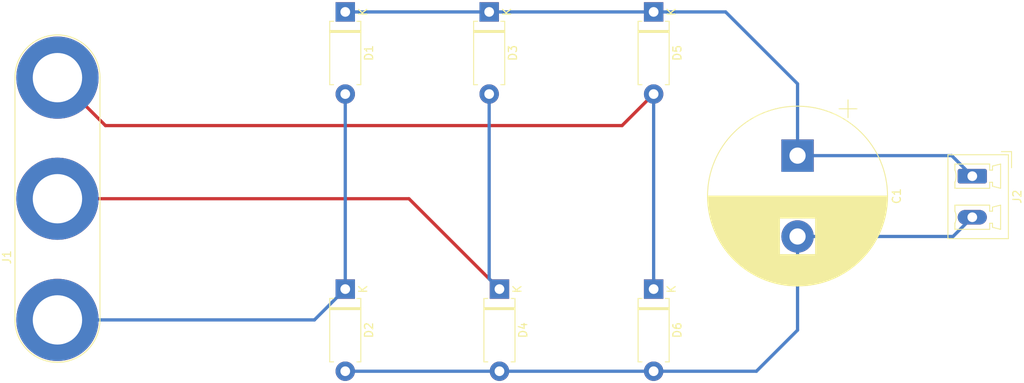
<source format=kicad_pcb>
(kicad_pcb (version 20171130) (host pcbnew "(5.1.8)-1")

  (general
    (thickness 0.035)
    (drawings 0)
    (tracks 26)
    (zones 0)
    (modules 9)
    (nets 6)
  )

  (page A4)
  (title_block
    (title "Diode Rectifier")
    (rev v01)
  )

  (layers
    (0 F.Cu power)
    (31 B.Cu signal)
    (32 B.Adhes user)
    (33 F.Adhes user)
    (34 B.Paste user)
    (35 F.Paste user)
    (36 B.SilkS user)
    (37 F.SilkS user)
    (38 B.Mask user)
    (39 F.Mask user)
    (40 Dwgs.User user)
    (41 Cmts.User user)
    (42 Eco1.User user)
    (43 Eco2.User user)
    (44 Edge.Cuts user)
    (45 Margin user)
    (46 B.CrtYd user)
    (47 F.CrtYd user)
    (48 B.Fab user)
    (49 F.Fab user)
  )

  (setup
    (last_trace_width 0.4)
    (trace_clearance 2.5)
    (zone_clearance 0.508)
    (zone_45_only no)
    (trace_min 0.2)
    (via_size 0.8)
    (via_drill 0.4)
    (via_min_size 0.4)
    (via_min_drill 0.3)
    (uvia_size 0.3)
    (uvia_drill 0.1)
    (uvias_allowed no)
    (uvia_min_size 0.2)
    (uvia_min_drill 0.1)
    (edge_width 0.05)
    (segment_width 0.2)
    (pcb_text_width 0.3)
    (pcb_text_size 1.5 1.5)
    (mod_edge_width 0.12)
    (mod_text_size 1 1)
    (mod_text_width 0.15)
    (pad_size 1.524 1.524)
    (pad_drill 0.762)
    (pad_to_mask_clearance 0)
    (aux_axis_origin 0 0)
    (visible_elements 7FFFFFFF)
    (pcbplotparams
      (layerselection 0x010fc_ffffffff)
      (usegerberextensions false)
      (usegerberattributes true)
      (usegerberadvancedattributes true)
      (creategerberjobfile true)
      (excludeedgelayer true)
      (linewidth 0.100000)
      (plotframeref false)
      (viasonmask false)
      (mode 1)
      (useauxorigin false)
      (hpglpennumber 1)
      (hpglpenspeed 20)
      (hpglpendiameter 15.000000)
      (psnegative false)
      (psa4output false)
      (plotreference true)
      (plotvalue true)
      (plotinvisibletext false)
      (padsonsilk false)
      (subtractmaskfromsilk false)
      (outputformat 1)
      (mirror false)
      (drillshape 1)
      (scaleselection 1)
      (outputdirectory ""))
  )

  (net 0 "")
  (net 1 "Net-(C1-Pad1)")
  (net 2 "Net-(C1-Pad2)")
  (net 3 "Net-(D1-Pad2)")
  (net 4 "Net-(D3-Pad2)")
  (net 5 "Net-(D5-Pad2)")

  (net_class Default "This is the default net class."
    (clearance 2.5)
    (trace_width 0.4)
    (via_dia 0.8)
    (via_drill 0.4)
    (uvia_dia 0.3)
    (uvia_drill 0.1)
    (add_net "Net-(C1-Pad1)")
    (add_net "Net-(C1-Pad2)")
    (add_net "Net-(D1-Pad2)")
    (add_net "Net-(D3-Pad2)")
    (add_net "Net-(D5-Pad2)")
  )

  (module Capacitor_THT:CP_Radial_D22.0mm_P10.00mm_SnapIn (layer F.Cu) (tedit 5AE50EF1) (tstamp 5FDEAC42)
    (at 149.86 71.12 270)
    (descr "CP, Radial series, Radial, pin pitch=10.00mm, , diameter=22mm, Electrolytic Capacitor, , http://www.vishay.com/docs/28342/058059pll-si.pdf")
    (tags "CP Radial series Radial pin pitch 10.00mm  diameter 22mm Electrolytic Capacitor")
    (path /5FD052A9)
    (fp_text reference C1 (at 5 -12.25 90) (layer F.SilkS)
      (effects (font (size 1 1) (thickness 0.15)))
    )
    (fp_text value 56uF (at 5 12.25 90) (layer F.Fab)
      (effects (font (size 1 1) (thickness 0.15)))
    )
    (fp_line (start -5.799337 -7.335) (end -5.799337 -5.135) (layer F.SilkS) (width 0.12))
    (fp_line (start -6.899337 -6.235) (end -4.699337 -6.235) (layer F.SilkS) (width 0.12))
    (fp_line (start 16.12 -0.04) (end 16.12 0.04) (layer F.SilkS) (width 0.12))
    (fp_line (start 16.08 -0.903) (end 16.08 0.903) (layer F.SilkS) (width 0.12))
    (fp_line (start 16.04 -1.292) (end 16.04 1.292) (layer F.SilkS) (width 0.12))
    (fp_line (start 16 -1.59) (end 16 1.59) (layer F.SilkS) (width 0.12))
    (fp_line (start 15.96 -1.84) (end 15.96 1.84) (layer F.SilkS) (width 0.12))
    (fp_line (start 15.92 -2.06) (end 15.92 2.06) (layer F.SilkS) (width 0.12))
    (fp_line (start 15.88 -2.258) (end 15.88 2.258) (layer F.SilkS) (width 0.12))
    (fp_line (start 15.84 -2.44) (end 15.84 2.44) (layer F.SilkS) (width 0.12))
    (fp_line (start 15.8 -2.609) (end 15.8 2.609) (layer F.SilkS) (width 0.12))
    (fp_line (start 15.76 -2.767) (end 15.76 2.767) (layer F.SilkS) (width 0.12))
    (fp_line (start 15.72 -2.916) (end 15.72 2.916) (layer F.SilkS) (width 0.12))
    (fp_line (start 15.68 -3.058) (end 15.68 3.058) (layer F.SilkS) (width 0.12))
    (fp_line (start 15.64 -3.192) (end 15.64 3.192) (layer F.SilkS) (width 0.12))
    (fp_line (start 15.6 -3.321) (end 15.6 3.321) (layer F.SilkS) (width 0.12))
    (fp_line (start 15.56 -3.445) (end 15.56 3.445) (layer F.SilkS) (width 0.12))
    (fp_line (start 15.52 -3.564) (end 15.52 3.564) (layer F.SilkS) (width 0.12))
    (fp_line (start 15.48 -3.679) (end 15.48 3.679) (layer F.SilkS) (width 0.12))
    (fp_line (start 15.44 -3.789) (end 15.44 3.789) (layer F.SilkS) (width 0.12))
    (fp_line (start 15.4 -3.897) (end 15.4 3.897) (layer F.SilkS) (width 0.12))
    (fp_line (start 15.36 -4.001) (end 15.36 4.001) (layer F.SilkS) (width 0.12))
    (fp_line (start 15.32 -4.102) (end 15.32 4.102) (layer F.SilkS) (width 0.12))
    (fp_line (start 15.28 -4.2) (end 15.28 4.2) (layer F.SilkS) (width 0.12))
    (fp_line (start 15.24 -4.296) (end 15.24 4.296) (layer F.SilkS) (width 0.12))
    (fp_line (start 15.2 -4.389) (end 15.2 4.389) (layer F.SilkS) (width 0.12))
    (fp_line (start 15.16 -4.48) (end 15.16 4.48) (layer F.SilkS) (width 0.12))
    (fp_line (start 15.12 -4.569) (end 15.12 4.569) (layer F.SilkS) (width 0.12))
    (fp_line (start 15.08 -4.656) (end 15.08 4.656) (layer F.SilkS) (width 0.12))
    (fp_line (start 15.04 -4.741) (end 15.04 4.741) (layer F.SilkS) (width 0.12))
    (fp_line (start 15 -4.824) (end 15 4.824) (layer F.SilkS) (width 0.12))
    (fp_line (start 14.96 -4.905) (end 14.96 4.905) (layer F.SilkS) (width 0.12))
    (fp_line (start 14.92 -4.985) (end 14.92 4.985) (layer F.SilkS) (width 0.12))
    (fp_line (start 14.88 -5.063) (end 14.88 5.063) (layer F.SilkS) (width 0.12))
    (fp_line (start 14.84 -5.14) (end 14.84 5.14) (layer F.SilkS) (width 0.12))
    (fp_line (start 14.8 -5.215) (end 14.8 5.215) (layer F.SilkS) (width 0.12))
    (fp_line (start 14.76 -5.289) (end 14.76 5.289) (layer F.SilkS) (width 0.12))
    (fp_line (start 14.72 -5.362) (end 14.72 5.362) (layer F.SilkS) (width 0.12))
    (fp_line (start 14.68 -5.433) (end 14.68 5.433) (layer F.SilkS) (width 0.12))
    (fp_line (start 14.64 -5.503) (end 14.64 5.503) (layer F.SilkS) (width 0.12))
    (fp_line (start 14.6 -5.572) (end 14.6 5.572) (layer F.SilkS) (width 0.12))
    (fp_line (start 14.56 -5.64) (end 14.56 5.64) (layer F.SilkS) (width 0.12))
    (fp_line (start 14.52 -5.707) (end 14.52 5.707) (layer F.SilkS) (width 0.12))
    (fp_line (start 14.48 -5.773) (end 14.48 5.773) (layer F.SilkS) (width 0.12))
    (fp_line (start 14.44 -5.838) (end 14.44 5.838) (layer F.SilkS) (width 0.12))
    (fp_line (start 14.4 -5.901) (end 14.4 5.901) (layer F.SilkS) (width 0.12))
    (fp_line (start 14.36 -5.964) (end 14.36 5.964) (layer F.SilkS) (width 0.12))
    (fp_line (start 14.32 -6.026) (end 14.32 6.026) (layer F.SilkS) (width 0.12))
    (fp_line (start 14.28 -6.087) (end 14.28 6.087) (layer F.SilkS) (width 0.12))
    (fp_line (start 14.24 -6.147) (end 14.24 6.147) (layer F.SilkS) (width 0.12))
    (fp_line (start 14.2 -6.207) (end 14.2 6.207) (layer F.SilkS) (width 0.12))
    (fp_line (start 14.16 -6.265) (end 14.16 6.265) (layer F.SilkS) (width 0.12))
    (fp_line (start 14.12 -6.323) (end 14.12 6.323) (layer F.SilkS) (width 0.12))
    (fp_line (start 14.08 -6.38) (end 14.08 6.38) (layer F.SilkS) (width 0.12))
    (fp_line (start 14.04 -6.436) (end 14.04 6.436) (layer F.SilkS) (width 0.12))
    (fp_line (start 14 -6.492) (end 14 6.492) (layer F.SilkS) (width 0.12))
    (fp_line (start 13.96 -6.546) (end 13.96 6.546) (layer F.SilkS) (width 0.12))
    (fp_line (start 13.92 -6.6) (end 13.92 6.6) (layer F.SilkS) (width 0.12))
    (fp_line (start 13.88 -6.654) (end 13.88 6.654) (layer F.SilkS) (width 0.12))
    (fp_line (start 13.84 -6.707) (end 13.84 6.707) (layer F.SilkS) (width 0.12))
    (fp_line (start 13.8 -6.759) (end 13.8 6.759) (layer F.SilkS) (width 0.12))
    (fp_line (start 13.76 -6.81) (end 13.76 6.81) (layer F.SilkS) (width 0.12))
    (fp_line (start 13.72 -6.861) (end 13.72 6.861) (layer F.SilkS) (width 0.12))
    (fp_line (start 13.68 -6.911) (end 13.68 6.911) (layer F.SilkS) (width 0.12))
    (fp_line (start 13.64 -6.961) (end 13.64 6.961) (layer F.SilkS) (width 0.12))
    (fp_line (start 13.6 -7.01) (end 13.6 7.01) (layer F.SilkS) (width 0.12))
    (fp_line (start 13.56 -7.058) (end 13.56 7.058) (layer F.SilkS) (width 0.12))
    (fp_line (start 13.52 -7.106) (end 13.52 7.106) (layer F.SilkS) (width 0.12))
    (fp_line (start 13.48 -7.154) (end 13.48 7.154) (layer F.SilkS) (width 0.12))
    (fp_line (start 13.44 -7.201) (end 13.44 7.201) (layer F.SilkS) (width 0.12))
    (fp_line (start 13.4 -7.247) (end 13.4 7.247) (layer F.SilkS) (width 0.12))
    (fp_line (start 13.36 -7.293) (end 13.36 7.293) (layer F.SilkS) (width 0.12))
    (fp_line (start 13.32 -7.338) (end 13.32 7.338) (layer F.SilkS) (width 0.12))
    (fp_line (start 13.28 -7.383) (end 13.28 7.383) (layer F.SilkS) (width 0.12))
    (fp_line (start 13.24 -7.428) (end 13.24 7.428) (layer F.SilkS) (width 0.12))
    (fp_line (start 13.2 -7.471) (end 13.2 7.471) (layer F.SilkS) (width 0.12))
    (fp_line (start 13.161 -7.515) (end 13.161 7.515) (layer F.SilkS) (width 0.12))
    (fp_line (start 13.121 -7.558) (end 13.121 7.558) (layer F.SilkS) (width 0.12))
    (fp_line (start 13.081 -7.6) (end 13.081 7.6) (layer F.SilkS) (width 0.12))
    (fp_line (start 13.041 -7.642) (end 13.041 7.642) (layer F.SilkS) (width 0.12))
    (fp_line (start 13.001 -7.684) (end 13.001 7.684) (layer F.SilkS) (width 0.12))
    (fp_line (start 12.961 -7.725) (end 12.961 7.725) (layer F.SilkS) (width 0.12))
    (fp_line (start 12.921 -7.766) (end 12.921 7.766) (layer F.SilkS) (width 0.12))
    (fp_line (start 12.881 -7.807) (end 12.881 7.807) (layer F.SilkS) (width 0.12))
    (fp_line (start 12.841 -7.846) (end 12.841 7.846) (layer F.SilkS) (width 0.12))
    (fp_line (start 12.801 -7.886) (end 12.801 7.886) (layer F.SilkS) (width 0.12))
    (fp_line (start 12.761 -7.925) (end 12.761 7.925) (layer F.SilkS) (width 0.12))
    (fp_line (start 12.721 -7.964) (end 12.721 7.964) (layer F.SilkS) (width 0.12))
    (fp_line (start 12.681 -8.002) (end 12.681 8.002) (layer F.SilkS) (width 0.12))
    (fp_line (start 12.641 -8.04) (end 12.641 8.04) (layer F.SilkS) (width 0.12))
    (fp_line (start 12.601 -8.078) (end 12.601 8.078) (layer F.SilkS) (width 0.12))
    (fp_line (start 12.561 -8.115) (end 12.561 8.115) (layer F.SilkS) (width 0.12))
    (fp_line (start 12.521 -8.152) (end 12.521 8.152) (layer F.SilkS) (width 0.12))
    (fp_line (start 12.481 -8.189) (end 12.481 8.189) (layer F.SilkS) (width 0.12))
    (fp_line (start 12.441 -8.225) (end 12.441 8.225) (layer F.SilkS) (width 0.12))
    (fp_line (start 12.401 -8.261) (end 12.401 8.261) (layer F.SilkS) (width 0.12))
    (fp_line (start 12.361 -8.296) (end 12.361 8.296) (layer F.SilkS) (width 0.12))
    (fp_line (start 12.321 -8.331) (end 12.321 8.331) (layer F.SilkS) (width 0.12))
    (fp_line (start 12.281 -8.366) (end 12.281 8.366) (layer F.SilkS) (width 0.12))
    (fp_line (start 12.241 -8.401) (end 12.241 8.401) (layer F.SilkS) (width 0.12))
    (fp_line (start 12.201 2.24) (end 12.201 8.435) (layer F.SilkS) (width 0.12))
    (fp_line (start 12.201 -8.435) (end 12.201 -2.24) (layer F.SilkS) (width 0.12))
    (fp_line (start 12.161 2.24) (end 12.161 8.469) (layer F.SilkS) (width 0.12))
    (fp_line (start 12.161 -8.469) (end 12.161 -2.24) (layer F.SilkS) (width 0.12))
    (fp_line (start 12.121 2.24) (end 12.121 8.502) (layer F.SilkS) (width 0.12))
    (fp_line (start 12.121 -8.502) (end 12.121 -2.24) (layer F.SilkS) (width 0.12))
    (fp_line (start 12.081 2.24) (end 12.081 8.535) (layer F.SilkS) (width 0.12))
    (fp_line (start 12.081 -8.535) (end 12.081 -2.24) (layer F.SilkS) (width 0.12))
    (fp_line (start 12.041 2.24) (end 12.041 8.568) (layer F.SilkS) (width 0.12))
    (fp_line (start 12.041 -8.568) (end 12.041 -2.24) (layer F.SilkS) (width 0.12))
    (fp_line (start 12.001 2.24) (end 12.001 8.601) (layer F.SilkS) (width 0.12))
    (fp_line (start 12.001 -8.601) (end 12.001 -2.24) (layer F.SilkS) (width 0.12))
    (fp_line (start 11.961 2.24) (end 11.961 8.633) (layer F.SilkS) (width 0.12))
    (fp_line (start 11.961 -8.633) (end 11.961 -2.24) (layer F.SilkS) (width 0.12))
    (fp_line (start 11.921 2.24) (end 11.921 8.665) (layer F.SilkS) (width 0.12))
    (fp_line (start 11.921 -8.665) (end 11.921 -2.24) (layer F.SilkS) (width 0.12))
    (fp_line (start 11.881 2.24) (end 11.881 8.697) (layer F.SilkS) (width 0.12))
    (fp_line (start 11.881 -8.697) (end 11.881 -2.24) (layer F.SilkS) (width 0.12))
    (fp_line (start 11.841 2.24) (end 11.841 8.728) (layer F.SilkS) (width 0.12))
    (fp_line (start 11.841 -8.728) (end 11.841 -2.24) (layer F.SilkS) (width 0.12))
    (fp_line (start 11.801 2.24) (end 11.801 8.759) (layer F.SilkS) (width 0.12))
    (fp_line (start 11.801 -8.759) (end 11.801 -2.24) (layer F.SilkS) (width 0.12))
    (fp_line (start 11.761 2.24) (end 11.761 8.79) (layer F.SilkS) (width 0.12))
    (fp_line (start 11.761 -8.79) (end 11.761 -2.24) (layer F.SilkS) (width 0.12))
    (fp_line (start 11.721 2.24) (end 11.721 8.82) (layer F.SilkS) (width 0.12))
    (fp_line (start 11.721 -8.82) (end 11.721 -2.24) (layer F.SilkS) (width 0.12))
    (fp_line (start 11.681 2.24) (end 11.681 8.85) (layer F.SilkS) (width 0.12))
    (fp_line (start 11.681 -8.85) (end 11.681 -2.24) (layer F.SilkS) (width 0.12))
    (fp_line (start 11.641 2.24) (end 11.641 8.88) (layer F.SilkS) (width 0.12))
    (fp_line (start 11.641 -8.88) (end 11.641 -2.24) (layer F.SilkS) (width 0.12))
    (fp_line (start 11.601 2.24) (end 11.601 8.91) (layer F.SilkS) (width 0.12))
    (fp_line (start 11.601 -8.91) (end 11.601 -2.24) (layer F.SilkS) (width 0.12))
    (fp_line (start 11.561 2.24) (end 11.561 8.939) (layer F.SilkS) (width 0.12))
    (fp_line (start 11.561 -8.939) (end 11.561 -2.24) (layer F.SilkS) (width 0.12))
    (fp_line (start 11.521 2.24) (end 11.521 8.968) (layer F.SilkS) (width 0.12))
    (fp_line (start 11.521 -8.968) (end 11.521 -2.24) (layer F.SilkS) (width 0.12))
    (fp_line (start 11.481 2.24) (end 11.481 8.997) (layer F.SilkS) (width 0.12))
    (fp_line (start 11.481 -8.997) (end 11.481 -2.24) (layer F.SilkS) (width 0.12))
    (fp_line (start 11.441 2.24) (end 11.441 9.026) (layer F.SilkS) (width 0.12))
    (fp_line (start 11.441 -9.026) (end 11.441 -2.24) (layer F.SilkS) (width 0.12))
    (fp_line (start 11.401 2.24) (end 11.401 9.054) (layer F.SilkS) (width 0.12))
    (fp_line (start 11.401 -9.054) (end 11.401 -2.24) (layer F.SilkS) (width 0.12))
    (fp_line (start 11.361 2.24) (end 11.361 9.082) (layer F.SilkS) (width 0.12))
    (fp_line (start 11.361 -9.082) (end 11.361 -2.24) (layer F.SilkS) (width 0.12))
    (fp_line (start 11.321 2.24) (end 11.321 9.11) (layer F.SilkS) (width 0.12))
    (fp_line (start 11.321 -9.11) (end 11.321 -2.24) (layer F.SilkS) (width 0.12))
    (fp_line (start 11.281 2.24) (end 11.281 9.137) (layer F.SilkS) (width 0.12))
    (fp_line (start 11.281 -9.137) (end 11.281 -2.24) (layer F.SilkS) (width 0.12))
    (fp_line (start 11.241 2.24) (end 11.241 9.165) (layer F.SilkS) (width 0.12))
    (fp_line (start 11.241 -9.165) (end 11.241 -2.24) (layer F.SilkS) (width 0.12))
    (fp_line (start 11.201 2.24) (end 11.201 9.192) (layer F.SilkS) (width 0.12))
    (fp_line (start 11.201 -9.192) (end 11.201 -2.24) (layer F.SilkS) (width 0.12))
    (fp_line (start 11.161 2.24) (end 11.161 9.218) (layer F.SilkS) (width 0.12))
    (fp_line (start 11.161 -9.218) (end 11.161 -2.24) (layer F.SilkS) (width 0.12))
    (fp_line (start 11.121 2.24) (end 11.121 9.245) (layer F.SilkS) (width 0.12))
    (fp_line (start 11.121 -9.245) (end 11.121 -2.24) (layer F.SilkS) (width 0.12))
    (fp_line (start 11.081 2.24) (end 11.081 9.271) (layer F.SilkS) (width 0.12))
    (fp_line (start 11.081 -9.271) (end 11.081 -2.24) (layer F.SilkS) (width 0.12))
    (fp_line (start 11.041 2.24) (end 11.041 9.297) (layer F.SilkS) (width 0.12))
    (fp_line (start 11.041 -9.297) (end 11.041 -2.24) (layer F.SilkS) (width 0.12))
    (fp_line (start 11.001 2.24) (end 11.001 9.323) (layer F.SilkS) (width 0.12))
    (fp_line (start 11.001 -9.323) (end 11.001 -2.24) (layer F.SilkS) (width 0.12))
    (fp_line (start 10.961 2.24) (end 10.961 9.348) (layer F.SilkS) (width 0.12))
    (fp_line (start 10.961 -9.348) (end 10.961 -2.24) (layer F.SilkS) (width 0.12))
    (fp_line (start 10.921 2.24) (end 10.921 9.374) (layer F.SilkS) (width 0.12))
    (fp_line (start 10.921 -9.374) (end 10.921 -2.24) (layer F.SilkS) (width 0.12))
    (fp_line (start 10.881 2.24) (end 10.881 9.399) (layer F.SilkS) (width 0.12))
    (fp_line (start 10.881 -9.399) (end 10.881 -2.24) (layer F.SilkS) (width 0.12))
    (fp_line (start 10.841 2.24) (end 10.841 9.424) (layer F.SilkS) (width 0.12))
    (fp_line (start 10.841 -9.424) (end 10.841 -2.24) (layer F.SilkS) (width 0.12))
    (fp_line (start 10.801 2.24) (end 10.801 9.448) (layer F.SilkS) (width 0.12))
    (fp_line (start 10.801 -9.448) (end 10.801 -2.24) (layer F.SilkS) (width 0.12))
    (fp_line (start 10.761 2.24) (end 10.761 9.472) (layer F.SilkS) (width 0.12))
    (fp_line (start 10.761 -9.472) (end 10.761 -2.24) (layer F.SilkS) (width 0.12))
    (fp_line (start 10.721 2.24) (end 10.721 9.497) (layer F.SilkS) (width 0.12))
    (fp_line (start 10.721 -9.497) (end 10.721 -2.24) (layer F.SilkS) (width 0.12))
    (fp_line (start 10.681 2.24) (end 10.681 9.52) (layer F.SilkS) (width 0.12))
    (fp_line (start 10.681 -9.52) (end 10.681 -2.24) (layer F.SilkS) (width 0.12))
    (fp_line (start 10.641 2.24) (end 10.641 9.544) (layer F.SilkS) (width 0.12))
    (fp_line (start 10.641 -9.544) (end 10.641 -2.24) (layer F.SilkS) (width 0.12))
    (fp_line (start 10.601 2.24) (end 10.601 9.567) (layer F.SilkS) (width 0.12))
    (fp_line (start 10.601 -9.567) (end 10.601 -2.24) (layer F.SilkS) (width 0.12))
    (fp_line (start 10.561 2.24) (end 10.561 9.591) (layer F.SilkS) (width 0.12))
    (fp_line (start 10.561 -9.591) (end 10.561 -2.24) (layer F.SilkS) (width 0.12))
    (fp_line (start 10.521 2.24) (end 10.521 9.614) (layer F.SilkS) (width 0.12))
    (fp_line (start 10.521 -9.614) (end 10.521 -2.24) (layer F.SilkS) (width 0.12))
    (fp_line (start 10.481 2.24) (end 10.481 9.636) (layer F.SilkS) (width 0.12))
    (fp_line (start 10.481 -9.636) (end 10.481 -2.24) (layer F.SilkS) (width 0.12))
    (fp_line (start 10.441 2.24) (end 10.441 9.659) (layer F.SilkS) (width 0.12))
    (fp_line (start 10.441 -9.659) (end 10.441 -2.24) (layer F.SilkS) (width 0.12))
    (fp_line (start 10.401 2.24) (end 10.401 9.681) (layer F.SilkS) (width 0.12))
    (fp_line (start 10.401 -9.681) (end 10.401 -2.24) (layer F.SilkS) (width 0.12))
    (fp_line (start 10.361 2.24) (end 10.361 9.703) (layer F.SilkS) (width 0.12))
    (fp_line (start 10.361 -9.703) (end 10.361 -2.24) (layer F.SilkS) (width 0.12))
    (fp_line (start 10.321 2.24) (end 10.321 9.725) (layer F.SilkS) (width 0.12))
    (fp_line (start 10.321 -9.725) (end 10.321 -2.24) (layer F.SilkS) (width 0.12))
    (fp_line (start 10.281 2.24) (end 10.281 9.747) (layer F.SilkS) (width 0.12))
    (fp_line (start 10.281 -9.747) (end 10.281 -2.24) (layer F.SilkS) (width 0.12))
    (fp_line (start 10.241 2.24) (end 10.241 9.768) (layer F.SilkS) (width 0.12))
    (fp_line (start 10.241 -9.768) (end 10.241 -2.24) (layer F.SilkS) (width 0.12))
    (fp_line (start 10.201 2.24) (end 10.201 9.79) (layer F.SilkS) (width 0.12))
    (fp_line (start 10.201 -9.79) (end 10.201 -2.24) (layer F.SilkS) (width 0.12))
    (fp_line (start 10.161 2.24) (end 10.161 9.811) (layer F.SilkS) (width 0.12))
    (fp_line (start 10.161 -9.811) (end 10.161 -2.24) (layer F.SilkS) (width 0.12))
    (fp_line (start 10.121 2.24) (end 10.121 9.832) (layer F.SilkS) (width 0.12))
    (fp_line (start 10.121 -9.832) (end 10.121 -2.24) (layer F.SilkS) (width 0.12))
    (fp_line (start 10.081 2.24) (end 10.081 9.852) (layer F.SilkS) (width 0.12))
    (fp_line (start 10.081 -9.852) (end 10.081 -2.24) (layer F.SilkS) (width 0.12))
    (fp_line (start 10.041 2.24) (end 10.041 9.873) (layer F.SilkS) (width 0.12))
    (fp_line (start 10.041 -9.873) (end 10.041 -2.24) (layer F.SilkS) (width 0.12))
    (fp_line (start 10.001 2.24) (end 10.001 9.893) (layer F.SilkS) (width 0.12))
    (fp_line (start 10.001 -9.893) (end 10.001 -2.24) (layer F.SilkS) (width 0.12))
    (fp_line (start 9.961 2.24) (end 9.961 9.913) (layer F.SilkS) (width 0.12))
    (fp_line (start 9.961 -9.913) (end 9.961 -2.24) (layer F.SilkS) (width 0.12))
    (fp_line (start 9.921 2.24) (end 9.921 9.933) (layer F.SilkS) (width 0.12))
    (fp_line (start 9.921 -9.933) (end 9.921 -2.24) (layer F.SilkS) (width 0.12))
    (fp_line (start 9.881 2.24) (end 9.881 9.952) (layer F.SilkS) (width 0.12))
    (fp_line (start 9.881 -9.952) (end 9.881 -2.24) (layer F.SilkS) (width 0.12))
    (fp_line (start 9.841 2.24) (end 9.841 9.972) (layer F.SilkS) (width 0.12))
    (fp_line (start 9.841 -9.972) (end 9.841 -2.24) (layer F.SilkS) (width 0.12))
    (fp_line (start 9.801 2.24) (end 9.801 9.991) (layer F.SilkS) (width 0.12))
    (fp_line (start 9.801 -9.991) (end 9.801 -2.24) (layer F.SilkS) (width 0.12))
    (fp_line (start 9.761 2.24) (end 9.761 10.01) (layer F.SilkS) (width 0.12))
    (fp_line (start 9.761 -10.01) (end 9.761 -2.24) (layer F.SilkS) (width 0.12))
    (fp_line (start 9.721 2.24) (end 9.721 10.029) (layer F.SilkS) (width 0.12))
    (fp_line (start 9.721 -10.029) (end 9.721 -2.24) (layer F.SilkS) (width 0.12))
    (fp_line (start 9.681 2.24) (end 9.681 10.048) (layer F.SilkS) (width 0.12))
    (fp_line (start 9.681 -10.048) (end 9.681 -2.24) (layer F.SilkS) (width 0.12))
    (fp_line (start 9.641 2.24) (end 9.641 10.066) (layer F.SilkS) (width 0.12))
    (fp_line (start 9.641 -10.066) (end 9.641 -2.24) (layer F.SilkS) (width 0.12))
    (fp_line (start 9.601 2.24) (end 9.601 10.084) (layer F.SilkS) (width 0.12))
    (fp_line (start 9.601 -10.084) (end 9.601 -2.24) (layer F.SilkS) (width 0.12))
    (fp_line (start 9.561 2.24) (end 9.561 10.103) (layer F.SilkS) (width 0.12))
    (fp_line (start 9.561 -10.103) (end 9.561 -2.24) (layer F.SilkS) (width 0.12))
    (fp_line (start 9.521 2.24) (end 9.521 10.12) (layer F.SilkS) (width 0.12))
    (fp_line (start 9.521 -10.12) (end 9.521 -2.24) (layer F.SilkS) (width 0.12))
    (fp_line (start 9.481 2.24) (end 9.481 10.138) (layer F.SilkS) (width 0.12))
    (fp_line (start 9.481 -10.138) (end 9.481 -2.24) (layer F.SilkS) (width 0.12))
    (fp_line (start 9.441 2.24) (end 9.441 10.156) (layer F.SilkS) (width 0.12))
    (fp_line (start 9.441 -10.156) (end 9.441 -2.24) (layer F.SilkS) (width 0.12))
    (fp_line (start 9.401 2.24) (end 9.401 10.173) (layer F.SilkS) (width 0.12))
    (fp_line (start 9.401 -10.173) (end 9.401 -2.24) (layer F.SilkS) (width 0.12))
    (fp_line (start 9.361 2.24) (end 9.361 10.19) (layer F.SilkS) (width 0.12))
    (fp_line (start 9.361 -10.19) (end 9.361 -2.24) (layer F.SilkS) (width 0.12))
    (fp_line (start 9.321 2.24) (end 9.321 10.207) (layer F.SilkS) (width 0.12))
    (fp_line (start 9.321 -10.207) (end 9.321 -2.24) (layer F.SilkS) (width 0.12))
    (fp_line (start 9.281 2.24) (end 9.281 10.224) (layer F.SilkS) (width 0.12))
    (fp_line (start 9.281 -10.224) (end 9.281 -2.24) (layer F.SilkS) (width 0.12))
    (fp_line (start 9.241 2.24) (end 9.241 10.24) (layer F.SilkS) (width 0.12))
    (fp_line (start 9.241 -10.24) (end 9.241 -2.24) (layer F.SilkS) (width 0.12))
    (fp_line (start 9.201 2.24) (end 9.201 10.257) (layer F.SilkS) (width 0.12))
    (fp_line (start 9.201 -10.257) (end 9.201 -2.24) (layer F.SilkS) (width 0.12))
    (fp_line (start 9.161 2.24) (end 9.161 10.273) (layer F.SilkS) (width 0.12))
    (fp_line (start 9.161 -10.273) (end 9.161 -2.24) (layer F.SilkS) (width 0.12))
    (fp_line (start 9.121 2.24) (end 9.121 10.289) (layer F.SilkS) (width 0.12))
    (fp_line (start 9.121 -10.289) (end 9.121 -2.24) (layer F.SilkS) (width 0.12))
    (fp_line (start 9.081 2.24) (end 9.081 10.305) (layer F.SilkS) (width 0.12))
    (fp_line (start 9.081 -10.305) (end 9.081 -2.24) (layer F.SilkS) (width 0.12))
    (fp_line (start 9.041 2.24) (end 9.041 10.321) (layer F.SilkS) (width 0.12))
    (fp_line (start 9.041 -10.321) (end 9.041 -2.24) (layer F.SilkS) (width 0.12))
    (fp_line (start 9.001 2.24) (end 9.001 10.336) (layer F.SilkS) (width 0.12))
    (fp_line (start 9.001 -10.336) (end 9.001 -2.24) (layer F.SilkS) (width 0.12))
    (fp_line (start 8.961 2.24) (end 8.961 10.351) (layer F.SilkS) (width 0.12))
    (fp_line (start 8.961 -10.351) (end 8.961 -2.24) (layer F.SilkS) (width 0.12))
    (fp_line (start 8.921 2.24) (end 8.921 10.367) (layer F.SilkS) (width 0.12))
    (fp_line (start 8.921 -10.367) (end 8.921 -2.24) (layer F.SilkS) (width 0.12))
    (fp_line (start 8.881 2.24) (end 8.881 10.382) (layer F.SilkS) (width 0.12))
    (fp_line (start 8.881 -10.382) (end 8.881 -2.24) (layer F.SilkS) (width 0.12))
    (fp_line (start 8.841 2.24) (end 8.841 10.396) (layer F.SilkS) (width 0.12))
    (fp_line (start 8.841 -10.396) (end 8.841 -2.24) (layer F.SilkS) (width 0.12))
    (fp_line (start 8.801 2.24) (end 8.801 10.411) (layer F.SilkS) (width 0.12))
    (fp_line (start 8.801 -10.411) (end 8.801 -2.24) (layer F.SilkS) (width 0.12))
    (fp_line (start 8.761 2.24) (end 8.761 10.426) (layer F.SilkS) (width 0.12))
    (fp_line (start 8.761 -10.426) (end 8.761 -2.24) (layer F.SilkS) (width 0.12))
    (fp_line (start 8.721 2.24) (end 8.721 10.44) (layer F.SilkS) (width 0.12))
    (fp_line (start 8.721 -10.44) (end 8.721 -2.24) (layer F.SilkS) (width 0.12))
    (fp_line (start 8.681 2.24) (end 8.681 10.454) (layer F.SilkS) (width 0.12))
    (fp_line (start 8.681 -10.454) (end 8.681 -2.24) (layer F.SilkS) (width 0.12))
    (fp_line (start 8.641 2.24) (end 8.641 10.468) (layer F.SilkS) (width 0.12))
    (fp_line (start 8.641 -10.468) (end 8.641 -2.24) (layer F.SilkS) (width 0.12))
    (fp_line (start 8.601 2.24) (end 8.601 10.482) (layer F.SilkS) (width 0.12))
    (fp_line (start 8.601 -10.482) (end 8.601 -2.24) (layer F.SilkS) (width 0.12))
    (fp_line (start 8.561 2.24) (end 8.561 10.495) (layer F.SilkS) (width 0.12))
    (fp_line (start 8.561 -10.495) (end 8.561 -2.24) (layer F.SilkS) (width 0.12))
    (fp_line (start 8.521 2.24) (end 8.521 10.509) (layer F.SilkS) (width 0.12))
    (fp_line (start 8.521 -10.509) (end 8.521 -2.24) (layer F.SilkS) (width 0.12))
    (fp_line (start 8.481 2.24) (end 8.481 10.522) (layer F.SilkS) (width 0.12))
    (fp_line (start 8.481 -10.522) (end 8.481 -2.24) (layer F.SilkS) (width 0.12))
    (fp_line (start 8.441 2.24) (end 8.441 10.535) (layer F.SilkS) (width 0.12))
    (fp_line (start 8.441 -10.535) (end 8.441 -2.24) (layer F.SilkS) (width 0.12))
    (fp_line (start 8.401 2.24) (end 8.401 10.548) (layer F.SilkS) (width 0.12))
    (fp_line (start 8.401 -10.548) (end 8.401 -2.24) (layer F.SilkS) (width 0.12))
    (fp_line (start 8.361 2.24) (end 8.361 10.561) (layer F.SilkS) (width 0.12))
    (fp_line (start 8.361 -10.561) (end 8.361 -2.24) (layer F.SilkS) (width 0.12))
    (fp_line (start 8.321 2.24) (end 8.321 10.573) (layer F.SilkS) (width 0.12))
    (fp_line (start 8.321 -10.573) (end 8.321 -2.24) (layer F.SilkS) (width 0.12))
    (fp_line (start 8.281 2.24) (end 8.281 10.586) (layer F.SilkS) (width 0.12))
    (fp_line (start 8.281 -10.586) (end 8.281 -2.24) (layer F.SilkS) (width 0.12))
    (fp_line (start 8.241 2.24) (end 8.241 10.598) (layer F.SilkS) (width 0.12))
    (fp_line (start 8.241 -10.598) (end 8.241 -2.24) (layer F.SilkS) (width 0.12))
    (fp_line (start 8.201 2.24) (end 8.201 10.61) (layer F.SilkS) (width 0.12))
    (fp_line (start 8.201 -10.61) (end 8.201 -2.24) (layer F.SilkS) (width 0.12))
    (fp_line (start 8.161 2.24) (end 8.161 10.622) (layer F.SilkS) (width 0.12))
    (fp_line (start 8.161 -10.622) (end 8.161 -2.24) (layer F.SilkS) (width 0.12))
    (fp_line (start 8.121 2.24) (end 8.121 10.634) (layer F.SilkS) (width 0.12))
    (fp_line (start 8.121 -10.634) (end 8.121 -2.24) (layer F.SilkS) (width 0.12))
    (fp_line (start 8.081 2.24) (end 8.081 10.645) (layer F.SilkS) (width 0.12))
    (fp_line (start 8.081 -10.645) (end 8.081 -2.24) (layer F.SilkS) (width 0.12))
    (fp_line (start 8.041 2.24) (end 8.041 10.657) (layer F.SilkS) (width 0.12))
    (fp_line (start 8.041 -10.657) (end 8.041 -2.24) (layer F.SilkS) (width 0.12))
    (fp_line (start 8.001 2.24) (end 8.001 10.668) (layer F.SilkS) (width 0.12))
    (fp_line (start 8.001 -10.668) (end 8.001 -2.24) (layer F.SilkS) (width 0.12))
    (fp_line (start 7.961 2.24) (end 7.961 10.679) (layer F.SilkS) (width 0.12))
    (fp_line (start 7.961 -10.679) (end 7.961 -2.24) (layer F.SilkS) (width 0.12))
    (fp_line (start 7.921 2.24) (end 7.921 10.69) (layer F.SilkS) (width 0.12))
    (fp_line (start 7.921 -10.69) (end 7.921 -2.24) (layer F.SilkS) (width 0.12))
    (fp_line (start 7.881 2.24) (end 7.881 10.701) (layer F.SilkS) (width 0.12))
    (fp_line (start 7.881 -10.701) (end 7.881 -2.24) (layer F.SilkS) (width 0.12))
    (fp_line (start 7.841 2.24) (end 7.841 10.712) (layer F.SilkS) (width 0.12))
    (fp_line (start 7.841 -10.712) (end 7.841 -2.24) (layer F.SilkS) (width 0.12))
    (fp_line (start 7.801 2.24) (end 7.801 10.722) (layer F.SilkS) (width 0.12))
    (fp_line (start 7.801 -10.722) (end 7.801 -2.24) (layer F.SilkS) (width 0.12))
    (fp_line (start 7.761 2.24) (end 7.761 10.733) (layer F.SilkS) (width 0.12))
    (fp_line (start 7.761 -10.733) (end 7.761 -2.24) (layer F.SilkS) (width 0.12))
    (fp_line (start 7.721 -10.743) (end 7.721 10.743) (layer F.SilkS) (width 0.12))
    (fp_line (start 7.681 -10.753) (end 7.681 10.753) (layer F.SilkS) (width 0.12))
    (fp_line (start 7.641 -10.763) (end 7.641 10.763) (layer F.SilkS) (width 0.12))
    (fp_line (start 7.601 -10.772) (end 7.601 10.772) (layer F.SilkS) (width 0.12))
    (fp_line (start 7.561 -10.782) (end 7.561 10.782) (layer F.SilkS) (width 0.12))
    (fp_line (start 7.521 -10.791) (end 7.521 10.791) (layer F.SilkS) (width 0.12))
    (fp_line (start 7.481 -10.8) (end 7.481 10.8) (layer F.SilkS) (width 0.12))
    (fp_line (start 7.441 -10.809) (end 7.441 10.809) (layer F.SilkS) (width 0.12))
    (fp_line (start 7.401 -10.818) (end 7.401 10.818) (layer F.SilkS) (width 0.12))
    (fp_line (start 7.361 -10.827) (end 7.361 10.827) (layer F.SilkS) (width 0.12))
    (fp_line (start 7.321 -10.836) (end 7.321 10.836) (layer F.SilkS) (width 0.12))
    (fp_line (start 7.281 -10.844) (end 7.281 10.844) (layer F.SilkS) (width 0.12))
    (fp_line (start 7.241 -10.853) (end 7.241 10.853) (layer F.SilkS) (width 0.12))
    (fp_line (start 7.201 -10.861) (end 7.201 10.861) (layer F.SilkS) (width 0.12))
    (fp_line (start 7.161 -10.869) (end 7.161 10.869) (layer F.SilkS) (width 0.12))
    (fp_line (start 7.121 -10.877) (end 7.121 10.877) (layer F.SilkS) (width 0.12))
    (fp_line (start 7.081 -10.884) (end 7.081 10.884) (layer F.SilkS) (width 0.12))
    (fp_line (start 7.041 -10.892) (end 7.041 10.892) (layer F.SilkS) (width 0.12))
    (fp_line (start 7.001 -10.899) (end 7.001 10.899) (layer F.SilkS) (width 0.12))
    (fp_line (start 6.961 -10.906) (end 6.961 10.906) (layer F.SilkS) (width 0.12))
    (fp_line (start 6.921 -10.913) (end 6.921 10.913) (layer F.SilkS) (width 0.12))
    (fp_line (start 6.881 -10.92) (end 6.881 10.92) (layer F.SilkS) (width 0.12))
    (fp_line (start 6.841 -10.927) (end 6.841 10.927) (layer F.SilkS) (width 0.12))
    (fp_line (start 6.801 -10.934) (end 6.801 10.934) (layer F.SilkS) (width 0.12))
    (fp_line (start 6.761 -10.94) (end 6.761 10.94) (layer F.SilkS) (width 0.12))
    (fp_line (start 6.721 -10.947) (end 6.721 10.947) (layer F.SilkS) (width 0.12))
    (fp_line (start 6.681 -10.953) (end 6.681 10.953) (layer F.SilkS) (width 0.12))
    (fp_line (start 6.641 -10.959) (end 6.641 10.959) (layer F.SilkS) (width 0.12))
    (fp_line (start 6.601 -10.965) (end 6.601 10.965) (layer F.SilkS) (width 0.12))
    (fp_line (start 6.561 -10.971) (end 6.561 10.971) (layer F.SilkS) (width 0.12))
    (fp_line (start 6.521 -10.976) (end 6.521 10.976) (layer F.SilkS) (width 0.12))
    (fp_line (start 6.481 -10.982) (end 6.481 10.982) (layer F.SilkS) (width 0.12))
    (fp_line (start 6.441 -10.987) (end 6.441 10.987) (layer F.SilkS) (width 0.12))
    (fp_line (start 6.401 -10.992) (end 6.401 10.992) (layer F.SilkS) (width 0.12))
    (fp_line (start 6.361 -10.997) (end 6.361 10.997) (layer F.SilkS) (width 0.12))
    (fp_line (start 6.321 -11.002) (end 6.321 11.002) (layer F.SilkS) (width 0.12))
    (fp_line (start 6.281 -11.007) (end 6.281 11.007) (layer F.SilkS) (width 0.12))
    (fp_line (start 6.241 -11.011) (end 6.241 11.011) (layer F.SilkS) (width 0.12))
    (fp_line (start 6.201 -11.016) (end 6.201 11.016) (layer F.SilkS) (width 0.12))
    (fp_line (start 6.161 -11.02) (end 6.161 11.02) (layer F.SilkS) (width 0.12))
    (fp_line (start 6.121 -11.024) (end 6.121 11.024) (layer F.SilkS) (width 0.12))
    (fp_line (start 6.081 -11.028) (end 6.081 11.028) (layer F.SilkS) (width 0.12))
    (fp_line (start 6.041 -11.032) (end 6.041 11.032) (layer F.SilkS) (width 0.12))
    (fp_line (start 6.001 -11.035) (end 6.001 11.035) (layer F.SilkS) (width 0.12))
    (fp_line (start 5.961 -11.039) (end 5.961 11.039) (layer F.SilkS) (width 0.12))
    (fp_line (start 5.921 -11.042) (end 5.921 11.042) (layer F.SilkS) (width 0.12))
    (fp_line (start 5.881 -11.046) (end 5.881 11.046) (layer F.SilkS) (width 0.12))
    (fp_line (start 5.841 -11.049) (end 5.841 11.049) (layer F.SilkS) (width 0.12))
    (fp_line (start 5.801 -11.052) (end 5.801 11.052) (layer F.SilkS) (width 0.12))
    (fp_line (start 5.761 -11.054) (end 5.761 11.054) (layer F.SilkS) (width 0.12))
    (fp_line (start 5.721 -11.057) (end 5.721 11.057) (layer F.SilkS) (width 0.12))
    (fp_line (start 5.68 -11.06) (end 5.68 11.06) (layer F.SilkS) (width 0.12))
    (fp_line (start 5.64 -11.062) (end 5.64 11.062) (layer F.SilkS) (width 0.12))
    (fp_line (start 5.6 -11.064) (end 5.6 11.064) (layer F.SilkS) (width 0.12))
    (fp_line (start 5.56 -11.066) (end 5.56 11.066) (layer F.SilkS) (width 0.12))
    (fp_line (start 5.52 -11.068) (end 5.52 11.068) (layer F.SilkS) (width 0.12))
    (fp_line (start 5.48 -11.07) (end 5.48 11.07) (layer F.SilkS) (width 0.12))
    (fp_line (start 5.44 -11.072) (end 5.44 11.072) (layer F.SilkS) (width 0.12))
    (fp_line (start 5.4 -11.073) (end 5.4 11.073) (layer F.SilkS) (width 0.12))
    (fp_line (start 5.36 -11.075) (end 5.36 11.075) (layer F.SilkS) (width 0.12))
    (fp_line (start 5.32 -11.076) (end 5.32 11.076) (layer F.SilkS) (width 0.12))
    (fp_line (start 5.28 -11.077) (end 5.28 11.077) (layer F.SilkS) (width 0.12))
    (fp_line (start 5.24 -11.078) (end 5.24 11.078) (layer F.SilkS) (width 0.12))
    (fp_line (start 5.2 -11.079) (end 5.2 11.079) (layer F.SilkS) (width 0.12))
    (fp_line (start 5.16 -11.079) (end 5.16 11.079) (layer F.SilkS) (width 0.12))
    (fp_line (start 5.12 -11.08) (end 5.12 11.08) (layer F.SilkS) (width 0.12))
    (fp_line (start 5.08 -11.08) (end 5.08 11.08) (layer F.SilkS) (width 0.12))
    (fp_line (start 5.04 -11.08) (end 5.04 11.08) (layer F.SilkS) (width 0.12))
    (fp_line (start 5 -11.081) (end 5 11.081) (layer F.SilkS) (width 0.12))
    (fp_line (start -3.361475 -5.9275) (end -3.361475 -3.7275) (layer F.Fab) (width 0.1))
    (fp_line (start -4.461475 -4.8275) (end -2.261475 -4.8275) (layer F.Fab) (width 0.1))
    (fp_circle (center 5 0) (end 16.25 0) (layer F.CrtYd) (width 0.05))
    (fp_circle (center 5 0) (end 16.12 0) (layer F.SilkS) (width 0.12))
    (fp_circle (center 5 0) (end 16 0) (layer F.Fab) (width 0.1))
    (fp_text user %R (at 5 0 90) (layer F.Fab)
      (effects (font (size 1 1) (thickness 0.15)))
    )
    (pad 1 thru_hole rect (at 0 0 270) (size 4 4) (drill 2) (layers *.Cu *.Mask)
      (net 1 "Net-(C1-Pad1)"))
    (pad 2 thru_hole circle (at 10 0 270) (size 4 4) (drill 2) (layers *.Cu *.Mask)
      (net 2 "Net-(C1-Pad2)"))
    (model ${KISYS3DMOD}/Capacitor_THT.3dshapes/CP_Radial_D22.0mm_P10.00mm_SnapIn.wrl
      (at (xyz 0 0 0))
      (scale (xyz 1 1 1))
      (rotate (xyz 0 0 0))
    )
  )

  (module Diode_THT:D_DO-15_P10.16mm_Horizontal (layer F.Cu) (tedit 5AE50CD5) (tstamp 5FDEAC61)
    (at 93.98 53.34 270)
    (descr "Diode, DO-15 series, Axial, Horizontal, pin pitch=10.16mm, , length*diameter=7.6*3.6mm^2, , http://www.diodes.com/_files/packages/DO-15.pdf")
    (tags "Diode DO-15 series Axial Horizontal pin pitch 10.16mm  length 7.6mm diameter 3.6mm")
    (path /5FD0E608)
    (fp_text reference D1 (at 5.08 -2.92 90) (layer F.SilkS)
      (effects (font (size 1 1) (thickness 0.15)))
    )
    (fp_text value D (at 5.08 2.92 90) (layer F.Fab)
      (effects (font (size 1 1) (thickness 0.15)))
    )
    (fp_line (start 11.61 -2.05) (end -1.45 -2.05) (layer F.CrtYd) (width 0.05))
    (fp_line (start 11.61 2.05) (end 11.61 -2.05) (layer F.CrtYd) (width 0.05))
    (fp_line (start -1.45 2.05) (end 11.61 2.05) (layer F.CrtYd) (width 0.05))
    (fp_line (start -1.45 -2.05) (end -1.45 2.05) (layer F.CrtYd) (width 0.05))
    (fp_line (start 2.3 -1.92) (end 2.3 1.92) (layer F.SilkS) (width 0.12))
    (fp_line (start 2.54 -1.92) (end 2.54 1.92) (layer F.SilkS) (width 0.12))
    (fp_line (start 2.42 -1.92) (end 2.42 1.92) (layer F.SilkS) (width 0.12))
    (fp_line (start 9 1.92) (end 9 1.44) (layer F.SilkS) (width 0.12))
    (fp_line (start 1.16 1.92) (end 9 1.92) (layer F.SilkS) (width 0.12))
    (fp_line (start 1.16 1.44) (end 1.16 1.92) (layer F.SilkS) (width 0.12))
    (fp_line (start 9 -1.92) (end 9 -1.44) (layer F.SilkS) (width 0.12))
    (fp_line (start 1.16 -1.92) (end 9 -1.92) (layer F.SilkS) (width 0.12))
    (fp_line (start 1.16 -1.44) (end 1.16 -1.92) (layer F.SilkS) (width 0.12))
    (fp_line (start 2.32 -1.8) (end 2.32 1.8) (layer F.Fab) (width 0.1))
    (fp_line (start 2.52 -1.8) (end 2.52 1.8) (layer F.Fab) (width 0.1))
    (fp_line (start 2.42 -1.8) (end 2.42 1.8) (layer F.Fab) (width 0.1))
    (fp_line (start 10.16 0) (end 8.88 0) (layer F.Fab) (width 0.1))
    (fp_line (start 0 0) (end 1.28 0) (layer F.Fab) (width 0.1))
    (fp_line (start 8.88 -1.8) (end 1.28 -1.8) (layer F.Fab) (width 0.1))
    (fp_line (start 8.88 1.8) (end 8.88 -1.8) (layer F.Fab) (width 0.1))
    (fp_line (start 1.28 1.8) (end 8.88 1.8) (layer F.Fab) (width 0.1))
    (fp_line (start 1.28 -1.8) (end 1.28 1.8) (layer F.Fab) (width 0.1))
    (fp_text user %R (at 5.65 0 90) (layer F.Fab)
      (effects (font (size 1 1) (thickness 0.15)))
    )
    (fp_text user K (at 0 -2.2 90) (layer F.Fab)
      (effects (font (size 1 1) (thickness 0.15)))
    )
    (fp_text user K (at 0 -2.2 90) (layer F.SilkS)
      (effects (font (size 1 1) (thickness 0.15)))
    )
    (pad 1 thru_hole rect (at 0 0 270) (size 2.4 2.4) (drill 1.2) (layers *.Cu *.Mask)
      (net 1 "Net-(C1-Pad1)"))
    (pad 2 thru_hole oval (at 10.16 0 270) (size 2.4 2.4) (drill 1.2) (layers *.Cu *.Mask)
      (net 3 "Net-(D1-Pad2)"))
    (model ${KISYS3DMOD}/Diode_THT.3dshapes/D_DO-15_P10.16mm_Horizontal.wrl
      (at (xyz 0 0 0))
      (scale (xyz 1 1 1))
      (rotate (xyz 0 0 0))
    )
  )

  (module Diode_THT:D_DO-15_P10.16mm_Horizontal (layer F.Cu) (tedit 5AE50CD5) (tstamp 5FDEAC80)
    (at 93.98 87.63 270)
    (descr "Diode, DO-15 series, Axial, Horizontal, pin pitch=10.16mm, , length*diameter=7.6*3.6mm^2, , http://www.diodes.com/_files/packages/DO-15.pdf")
    (tags "Diode DO-15 series Axial Horizontal pin pitch 10.16mm  length 7.6mm diameter 3.6mm")
    (path /5FD0F91E)
    (fp_text reference D2 (at 5.08 -2.92 90) (layer F.SilkS)
      (effects (font (size 1 1) (thickness 0.15)))
    )
    (fp_text value D (at 5.08 2.92 90) (layer F.Fab)
      (effects (font (size 1 1) (thickness 0.15)))
    )
    (fp_text user K (at 0 -2.2 90) (layer F.SilkS)
      (effects (font (size 1 1) (thickness 0.15)))
    )
    (fp_text user K (at 0 -2.2 90) (layer F.Fab)
      (effects (font (size 1 1) (thickness 0.15)))
    )
    (fp_text user %R (at 5.65 0 90) (layer F.Fab)
      (effects (font (size 1 1) (thickness 0.15)))
    )
    (fp_line (start 1.28 -1.8) (end 1.28 1.8) (layer F.Fab) (width 0.1))
    (fp_line (start 1.28 1.8) (end 8.88 1.8) (layer F.Fab) (width 0.1))
    (fp_line (start 8.88 1.8) (end 8.88 -1.8) (layer F.Fab) (width 0.1))
    (fp_line (start 8.88 -1.8) (end 1.28 -1.8) (layer F.Fab) (width 0.1))
    (fp_line (start 0 0) (end 1.28 0) (layer F.Fab) (width 0.1))
    (fp_line (start 10.16 0) (end 8.88 0) (layer F.Fab) (width 0.1))
    (fp_line (start 2.42 -1.8) (end 2.42 1.8) (layer F.Fab) (width 0.1))
    (fp_line (start 2.52 -1.8) (end 2.52 1.8) (layer F.Fab) (width 0.1))
    (fp_line (start 2.32 -1.8) (end 2.32 1.8) (layer F.Fab) (width 0.1))
    (fp_line (start 1.16 -1.44) (end 1.16 -1.92) (layer F.SilkS) (width 0.12))
    (fp_line (start 1.16 -1.92) (end 9 -1.92) (layer F.SilkS) (width 0.12))
    (fp_line (start 9 -1.92) (end 9 -1.44) (layer F.SilkS) (width 0.12))
    (fp_line (start 1.16 1.44) (end 1.16 1.92) (layer F.SilkS) (width 0.12))
    (fp_line (start 1.16 1.92) (end 9 1.92) (layer F.SilkS) (width 0.12))
    (fp_line (start 9 1.92) (end 9 1.44) (layer F.SilkS) (width 0.12))
    (fp_line (start 2.42 -1.92) (end 2.42 1.92) (layer F.SilkS) (width 0.12))
    (fp_line (start 2.54 -1.92) (end 2.54 1.92) (layer F.SilkS) (width 0.12))
    (fp_line (start 2.3 -1.92) (end 2.3 1.92) (layer F.SilkS) (width 0.12))
    (fp_line (start -1.45 -2.05) (end -1.45 2.05) (layer F.CrtYd) (width 0.05))
    (fp_line (start -1.45 2.05) (end 11.61 2.05) (layer F.CrtYd) (width 0.05))
    (fp_line (start 11.61 2.05) (end 11.61 -2.05) (layer F.CrtYd) (width 0.05))
    (fp_line (start 11.61 -2.05) (end -1.45 -2.05) (layer F.CrtYd) (width 0.05))
    (pad 2 thru_hole oval (at 10.16 0 270) (size 2.4 2.4) (drill 1.2) (layers *.Cu *.Mask)
      (net 2 "Net-(C1-Pad2)"))
    (pad 1 thru_hole rect (at 0 0 270) (size 2.4 2.4) (drill 1.2) (layers *.Cu *.Mask)
      (net 3 "Net-(D1-Pad2)"))
    (model ${KISYS3DMOD}/Diode_THT.3dshapes/D_DO-15_P10.16mm_Horizontal.wrl
      (at (xyz 0 0 0))
      (scale (xyz 1 1 1))
      (rotate (xyz 0 0 0))
    )
  )

  (module Diode_THT:D_DO-15_P10.16mm_Horizontal (layer F.Cu) (tedit 5AE50CD5) (tstamp 5FDEAC9F)
    (at 111.76 53.34 270)
    (descr "Diode, DO-15 series, Axial, Horizontal, pin pitch=10.16mm, , length*diameter=7.6*3.6mm^2, , http://www.diodes.com/_files/packages/DO-15.pdf")
    (tags "Diode DO-15 series Axial Horizontal pin pitch 10.16mm  length 7.6mm diameter 3.6mm")
    (path /5FD0F417)
    (fp_text reference D3 (at 5.08 -2.92 90) (layer F.SilkS)
      (effects (font (size 1 1) (thickness 0.15)))
    )
    (fp_text value D (at 5.08 2.92 90) (layer F.Fab)
      (effects (font (size 1 1) (thickness 0.15)))
    )
    (fp_text user K (at 0 -2.2 90) (layer F.SilkS)
      (effects (font (size 1 1) (thickness 0.15)))
    )
    (fp_text user K (at 0 -2.2 90) (layer F.Fab)
      (effects (font (size 1 1) (thickness 0.15)))
    )
    (fp_text user %R (at 5.65 0 90) (layer F.Fab)
      (effects (font (size 1 1) (thickness 0.15)))
    )
    (fp_line (start 1.28 -1.8) (end 1.28 1.8) (layer F.Fab) (width 0.1))
    (fp_line (start 1.28 1.8) (end 8.88 1.8) (layer F.Fab) (width 0.1))
    (fp_line (start 8.88 1.8) (end 8.88 -1.8) (layer F.Fab) (width 0.1))
    (fp_line (start 8.88 -1.8) (end 1.28 -1.8) (layer F.Fab) (width 0.1))
    (fp_line (start 0 0) (end 1.28 0) (layer F.Fab) (width 0.1))
    (fp_line (start 10.16 0) (end 8.88 0) (layer F.Fab) (width 0.1))
    (fp_line (start 2.42 -1.8) (end 2.42 1.8) (layer F.Fab) (width 0.1))
    (fp_line (start 2.52 -1.8) (end 2.52 1.8) (layer F.Fab) (width 0.1))
    (fp_line (start 2.32 -1.8) (end 2.32 1.8) (layer F.Fab) (width 0.1))
    (fp_line (start 1.16 -1.44) (end 1.16 -1.92) (layer F.SilkS) (width 0.12))
    (fp_line (start 1.16 -1.92) (end 9 -1.92) (layer F.SilkS) (width 0.12))
    (fp_line (start 9 -1.92) (end 9 -1.44) (layer F.SilkS) (width 0.12))
    (fp_line (start 1.16 1.44) (end 1.16 1.92) (layer F.SilkS) (width 0.12))
    (fp_line (start 1.16 1.92) (end 9 1.92) (layer F.SilkS) (width 0.12))
    (fp_line (start 9 1.92) (end 9 1.44) (layer F.SilkS) (width 0.12))
    (fp_line (start 2.42 -1.92) (end 2.42 1.92) (layer F.SilkS) (width 0.12))
    (fp_line (start 2.54 -1.92) (end 2.54 1.92) (layer F.SilkS) (width 0.12))
    (fp_line (start 2.3 -1.92) (end 2.3 1.92) (layer F.SilkS) (width 0.12))
    (fp_line (start -1.45 -2.05) (end -1.45 2.05) (layer F.CrtYd) (width 0.05))
    (fp_line (start -1.45 2.05) (end 11.61 2.05) (layer F.CrtYd) (width 0.05))
    (fp_line (start 11.61 2.05) (end 11.61 -2.05) (layer F.CrtYd) (width 0.05))
    (fp_line (start 11.61 -2.05) (end -1.45 -2.05) (layer F.CrtYd) (width 0.05))
    (pad 2 thru_hole oval (at 10.16 0 270) (size 2.4 2.4) (drill 1.2) (layers *.Cu *.Mask)
      (net 4 "Net-(D3-Pad2)"))
    (pad 1 thru_hole rect (at 0 0 270) (size 2.4 2.4) (drill 1.2) (layers *.Cu *.Mask)
      (net 1 "Net-(C1-Pad1)"))
    (model ${KISYS3DMOD}/Diode_THT.3dshapes/D_DO-15_P10.16mm_Horizontal.wrl
      (at (xyz 0 0 0))
      (scale (xyz 1 1 1))
      (rotate (xyz 0 0 0))
    )
  )

  (module Diode_THT:D_DO-15_P10.16mm_Horizontal (layer F.Cu) (tedit 5AE50CD5) (tstamp 5FDEACBE)
    (at 113.03 87.63 270)
    (descr "Diode, DO-15 series, Axial, Horizontal, pin pitch=10.16mm, , length*diameter=7.6*3.6mm^2, , http://www.diodes.com/_files/packages/DO-15.pdf")
    (tags "Diode DO-15 series Axial Horizontal pin pitch 10.16mm  length 7.6mm diameter 3.6mm")
    (path /5FD0FB6D)
    (fp_text reference D4 (at 5.08 -2.92 90) (layer F.SilkS)
      (effects (font (size 1 1) (thickness 0.15)))
    )
    (fp_text value D (at 5.08 2.92 90) (layer F.Fab)
      (effects (font (size 1 1) (thickness 0.15)))
    )
    (fp_line (start 11.61 -2.05) (end -1.45 -2.05) (layer F.CrtYd) (width 0.05))
    (fp_line (start 11.61 2.05) (end 11.61 -2.05) (layer F.CrtYd) (width 0.05))
    (fp_line (start -1.45 2.05) (end 11.61 2.05) (layer F.CrtYd) (width 0.05))
    (fp_line (start -1.45 -2.05) (end -1.45 2.05) (layer F.CrtYd) (width 0.05))
    (fp_line (start 2.3 -1.92) (end 2.3 1.92) (layer F.SilkS) (width 0.12))
    (fp_line (start 2.54 -1.92) (end 2.54 1.92) (layer F.SilkS) (width 0.12))
    (fp_line (start 2.42 -1.92) (end 2.42 1.92) (layer F.SilkS) (width 0.12))
    (fp_line (start 9 1.92) (end 9 1.44) (layer F.SilkS) (width 0.12))
    (fp_line (start 1.16 1.92) (end 9 1.92) (layer F.SilkS) (width 0.12))
    (fp_line (start 1.16 1.44) (end 1.16 1.92) (layer F.SilkS) (width 0.12))
    (fp_line (start 9 -1.92) (end 9 -1.44) (layer F.SilkS) (width 0.12))
    (fp_line (start 1.16 -1.92) (end 9 -1.92) (layer F.SilkS) (width 0.12))
    (fp_line (start 1.16 -1.44) (end 1.16 -1.92) (layer F.SilkS) (width 0.12))
    (fp_line (start 2.32 -1.8) (end 2.32 1.8) (layer F.Fab) (width 0.1))
    (fp_line (start 2.52 -1.8) (end 2.52 1.8) (layer F.Fab) (width 0.1))
    (fp_line (start 2.42 -1.8) (end 2.42 1.8) (layer F.Fab) (width 0.1))
    (fp_line (start 10.16 0) (end 8.88 0) (layer F.Fab) (width 0.1))
    (fp_line (start 0 0) (end 1.28 0) (layer F.Fab) (width 0.1))
    (fp_line (start 8.88 -1.8) (end 1.28 -1.8) (layer F.Fab) (width 0.1))
    (fp_line (start 8.88 1.8) (end 8.88 -1.8) (layer F.Fab) (width 0.1))
    (fp_line (start 1.28 1.8) (end 8.88 1.8) (layer F.Fab) (width 0.1))
    (fp_line (start 1.28 -1.8) (end 1.28 1.8) (layer F.Fab) (width 0.1))
    (fp_text user %R (at 5.65 0 90) (layer F.Fab)
      (effects (font (size 1 1) (thickness 0.15)))
    )
    (fp_text user K (at 0 -2.2 90) (layer F.Fab)
      (effects (font (size 1 1) (thickness 0.15)))
    )
    (fp_text user K (at 0 -2.2 90) (layer F.SilkS)
      (effects (font (size 1 1) (thickness 0.15)))
    )
    (pad 1 thru_hole rect (at 0 0 270) (size 2.4 2.4) (drill 1.2) (layers *.Cu *.Mask)
      (net 4 "Net-(D3-Pad2)"))
    (pad 2 thru_hole oval (at 10.16 0 270) (size 2.4 2.4) (drill 1.2) (layers *.Cu *.Mask)
      (net 2 "Net-(C1-Pad2)"))
    (model ${KISYS3DMOD}/Diode_THT.3dshapes/D_DO-15_P10.16mm_Horizontal.wrl
      (at (xyz 0 0 0))
      (scale (xyz 1 1 1))
      (rotate (xyz 0 0 0))
    )
  )

  (module Diode_THT:D_DO-15_P10.16mm_Horizontal (layer F.Cu) (tedit 5AE50CD5) (tstamp 5FDEACDD)
    (at 132.08 53.34 270)
    (descr "Diode, DO-15 series, Axial, Horizontal, pin pitch=10.16mm, , length*diameter=7.6*3.6mm^2, , http://www.diodes.com/_files/packages/DO-15.pdf")
    (tags "Diode DO-15 series Axial Horizontal pin pitch 10.16mm  length 7.6mm diameter 3.6mm")
    (path /5FD0F562)
    (fp_text reference D5 (at 5.08 -2.92 90) (layer F.SilkS)
      (effects (font (size 1 1) (thickness 0.15)))
    )
    (fp_text value D (at 5.08 2.92 90) (layer F.Fab)
      (effects (font (size 1 1) (thickness 0.15)))
    )
    (fp_line (start 11.61 -2.05) (end -1.45 -2.05) (layer F.CrtYd) (width 0.05))
    (fp_line (start 11.61 2.05) (end 11.61 -2.05) (layer F.CrtYd) (width 0.05))
    (fp_line (start -1.45 2.05) (end 11.61 2.05) (layer F.CrtYd) (width 0.05))
    (fp_line (start -1.45 -2.05) (end -1.45 2.05) (layer F.CrtYd) (width 0.05))
    (fp_line (start 2.3 -1.92) (end 2.3 1.92) (layer F.SilkS) (width 0.12))
    (fp_line (start 2.54 -1.92) (end 2.54 1.92) (layer F.SilkS) (width 0.12))
    (fp_line (start 2.42 -1.92) (end 2.42 1.92) (layer F.SilkS) (width 0.12))
    (fp_line (start 9 1.92) (end 9 1.44) (layer F.SilkS) (width 0.12))
    (fp_line (start 1.16 1.92) (end 9 1.92) (layer F.SilkS) (width 0.12))
    (fp_line (start 1.16 1.44) (end 1.16 1.92) (layer F.SilkS) (width 0.12))
    (fp_line (start 9 -1.92) (end 9 -1.44) (layer F.SilkS) (width 0.12))
    (fp_line (start 1.16 -1.92) (end 9 -1.92) (layer F.SilkS) (width 0.12))
    (fp_line (start 1.16 -1.44) (end 1.16 -1.92) (layer F.SilkS) (width 0.12))
    (fp_line (start 2.32 -1.8) (end 2.32 1.8) (layer F.Fab) (width 0.1))
    (fp_line (start 2.52 -1.8) (end 2.52 1.8) (layer F.Fab) (width 0.1))
    (fp_line (start 2.42 -1.8) (end 2.42 1.8) (layer F.Fab) (width 0.1))
    (fp_line (start 10.16 0) (end 8.88 0) (layer F.Fab) (width 0.1))
    (fp_line (start 0 0) (end 1.28 0) (layer F.Fab) (width 0.1))
    (fp_line (start 8.88 -1.8) (end 1.28 -1.8) (layer F.Fab) (width 0.1))
    (fp_line (start 8.88 1.8) (end 8.88 -1.8) (layer F.Fab) (width 0.1))
    (fp_line (start 1.28 1.8) (end 8.88 1.8) (layer F.Fab) (width 0.1))
    (fp_line (start 1.28 -1.8) (end 1.28 1.8) (layer F.Fab) (width 0.1))
    (fp_text user %R (at 5.65 0 90) (layer F.Fab)
      (effects (font (size 1 1) (thickness 0.15)))
    )
    (fp_text user K (at 0 -2.2 90) (layer F.Fab)
      (effects (font (size 1 1) (thickness 0.15)))
    )
    (fp_text user K (at 0 -2.2 90) (layer F.SilkS)
      (effects (font (size 1 1) (thickness 0.15)))
    )
    (pad 1 thru_hole rect (at 0 0 270) (size 2.4 2.4) (drill 1.2) (layers *.Cu *.Mask)
      (net 1 "Net-(C1-Pad1)"))
    (pad 2 thru_hole oval (at 10.16 0 270) (size 2.4 2.4) (drill 1.2) (layers *.Cu *.Mask)
      (net 5 "Net-(D5-Pad2)"))
    (model ${KISYS3DMOD}/Diode_THT.3dshapes/D_DO-15_P10.16mm_Horizontal.wrl
      (at (xyz 0 0 0))
      (scale (xyz 1 1 1))
      (rotate (xyz 0 0 0))
    )
  )

  (module Diode_THT:D_DO-15_P10.16mm_Horizontal (layer F.Cu) (tedit 5AE50CD5) (tstamp 5FDEACFC)
    (at 132.08 87.63 270)
    (descr "Diode, DO-15 series, Axial, Horizontal, pin pitch=10.16mm, , length*diameter=7.6*3.6mm^2, , http://www.diodes.com/_files/packages/DO-15.pdf")
    (tags "Diode DO-15 series Axial Horizontal pin pitch 10.16mm  length 7.6mm diameter 3.6mm")
    (path /5FD0FF24)
    (fp_text reference D6 (at 5.08 -2.92 90) (layer F.SilkS)
      (effects (font (size 1 1) (thickness 0.15)))
    )
    (fp_text value D (at 5.08 2.92 90) (layer F.Fab)
      (effects (font (size 1 1) (thickness 0.15)))
    )
    (fp_text user K (at 0 -2.2 90) (layer F.SilkS)
      (effects (font (size 1 1) (thickness 0.15)))
    )
    (fp_text user K (at 0 -2.2 90) (layer F.Fab)
      (effects (font (size 1 1) (thickness 0.15)))
    )
    (fp_text user %R (at 5.65 0 90) (layer F.Fab)
      (effects (font (size 1 1) (thickness 0.15)))
    )
    (fp_line (start 1.28 -1.8) (end 1.28 1.8) (layer F.Fab) (width 0.1))
    (fp_line (start 1.28 1.8) (end 8.88 1.8) (layer F.Fab) (width 0.1))
    (fp_line (start 8.88 1.8) (end 8.88 -1.8) (layer F.Fab) (width 0.1))
    (fp_line (start 8.88 -1.8) (end 1.28 -1.8) (layer F.Fab) (width 0.1))
    (fp_line (start 0 0) (end 1.28 0) (layer F.Fab) (width 0.1))
    (fp_line (start 10.16 0) (end 8.88 0) (layer F.Fab) (width 0.1))
    (fp_line (start 2.42 -1.8) (end 2.42 1.8) (layer F.Fab) (width 0.1))
    (fp_line (start 2.52 -1.8) (end 2.52 1.8) (layer F.Fab) (width 0.1))
    (fp_line (start 2.32 -1.8) (end 2.32 1.8) (layer F.Fab) (width 0.1))
    (fp_line (start 1.16 -1.44) (end 1.16 -1.92) (layer F.SilkS) (width 0.12))
    (fp_line (start 1.16 -1.92) (end 9 -1.92) (layer F.SilkS) (width 0.12))
    (fp_line (start 9 -1.92) (end 9 -1.44) (layer F.SilkS) (width 0.12))
    (fp_line (start 1.16 1.44) (end 1.16 1.92) (layer F.SilkS) (width 0.12))
    (fp_line (start 1.16 1.92) (end 9 1.92) (layer F.SilkS) (width 0.12))
    (fp_line (start 9 1.92) (end 9 1.44) (layer F.SilkS) (width 0.12))
    (fp_line (start 2.42 -1.92) (end 2.42 1.92) (layer F.SilkS) (width 0.12))
    (fp_line (start 2.54 -1.92) (end 2.54 1.92) (layer F.SilkS) (width 0.12))
    (fp_line (start 2.3 -1.92) (end 2.3 1.92) (layer F.SilkS) (width 0.12))
    (fp_line (start -1.45 -2.05) (end -1.45 2.05) (layer F.CrtYd) (width 0.05))
    (fp_line (start -1.45 2.05) (end 11.61 2.05) (layer F.CrtYd) (width 0.05))
    (fp_line (start 11.61 2.05) (end 11.61 -2.05) (layer F.CrtYd) (width 0.05))
    (fp_line (start 11.61 -2.05) (end -1.45 -2.05) (layer F.CrtYd) (width 0.05))
    (pad 2 thru_hole oval (at 10.16 0 270) (size 2.4 2.4) (drill 1.2) (layers *.Cu *.Mask)
      (net 2 "Net-(C1-Pad2)"))
    (pad 1 thru_hole rect (at 0 0 270) (size 2.4 2.4) (drill 1.2) (layers *.Cu *.Mask)
      (net 5 "Net-(D5-Pad2)"))
    (model ${KISYS3DMOD}/Diode_THT.3dshapes/D_DO-15_P10.16mm_Horizontal.wrl
      (at (xyz 0 0 0))
      (scale (xyz 1 1 1))
      (rotate (xyz 0 0 0))
    )
  )

  (module Connector:Banana_Jack_3Pin (layer F.Cu) (tedit 5A1AB217) (tstamp 5FDEAD12)
    (at 58.42 91.44 90)
    (descr "Triple banana socket, footprint - 3 x 6mm drills")
    (tags "banana socket")
    (path /5FD19890)
    (fp_text reference J1 (at 7.75 -6.25 90) (layer F.SilkS)
      (effects (font (size 1 1) (thickness 0.15)))
    )
    (fp_text value Conn_01x03 (at 22.5 -6.25 90) (layer F.Fab)
      (effects (font (size 1 1) (thickness 0.15)))
    )
    (fp_circle (center 0 0) (end 2 0) (layer F.Fab) (width 0.1))
    (fp_circle (center 0 0) (end 4.75 0) (layer F.Fab) (width 0.1))
    (fp_circle (center 15 0) (end 17 0) (layer F.Fab) (width 0.1))
    (fp_circle (center 15 0) (end 19.75 0) (layer F.Fab) (width 0.1))
    (fp_circle (center 30 0) (end 30 -4.75) (layer F.Fab) (width 0.1))
    (fp_circle (center 30 0) (end 30 -2) (layer F.Fab) (width 0.1))
    (fp_line (start 30 -5.25) (end 0 -5.25) (layer F.SilkS) (width 0.12))
    (fp_line (start 0 5.25) (end 30 5.25) (layer F.SilkS) (width 0.12))
    (fp_line (start 0 -5.5) (end 30 -5.5) (layer F.CrtYd) (width 0.05))
    (fp_line (start 30 5.5) (end 0 5.5) (layer F.CrtYd) (width 0.05))
    (fp_text user %R (at 14.99 0 90) (layer F.Fab)
      (effects (font (size 0.8 0.8) (thickness 0.12)))
    )
    (fp_arc (start 0 0) (end 0 5.5) (angle 180) (layer F.CrtYd) (width 0.05))
    (fp_arc (start 30 0) (end 30 -5.5) (angle 180) (layer F.CrtYd) (width 0.05))
    (fp_arc (start 30 0) (end 30 -5.25) (angle 180) (layer F.SilkS) (width 0.12))
    (fp_arc (start 0 0) (end 0 5.25) (angle 180) (layer F.SilkS) (width 0.12))
    (pad 1 thru_hole circle (at 0 0 90) (size 10.16 10.16) (drill 6.1) (layers *.Cu *.Mask)
      (net 3 "Net-(D1-Pad2)"))
    (pad 3 thru_hole circle (at 29.97 0 90) (size 10.16 10.16) (drill 6.1) (layers *.Cu *.Mask)
      (net 5 "Net-(D5-Pad2)"))
    (pad 2 thru_hole circle (at 14.99 0 90) (size 10.16 10.16) (drill 6.1) (layers *.Cu *.Mask)
      (net 4 "Net-(D3-Pad2)"))
    (model ${KISYS3DMOD}/Connector.3dshapes/Banana_Jack_3Pin.wrl
      (offset (xyz 14.9999997746626 0 0))
      (scale (xyz 2 2 2))
      (rotate (xyz 0 0 0))
    )
  )

  (module Connector_Phoenix_MC_HighVoltage:PhoenixContact_MCV_1,5_2-G-5.08_1x02_P5.08mm_Vertical (layer F.Cu) (tedit 5B784ED3) (tstamp 5FDEAD45)
    (at 171.45 73.66 270)
    (descr "Generic Phoenix Contact connector footprint for: MCV_1,5/2-G-5.08; number of pins: 02; pin pitch: 5.08mm; Vertical || order number: 1836299 8A 320V")
    (tags "phoenix_contact connector MCV_01x02_G_5.08mm")
    (path /5FD1C7EA)
    (fp_text reference J2 (at 2.54 -5.55 90) (layer F.SilkS)
      (effects (font (size 1 1) (thickness 0.15)))
    )
    (fp_text value Conn_01x02 (at 2.54 4.1 90) (layer F.Fab)
      (effects (font (size 1 1) (thickness 0.15)))
    )
    (fp_line (start -3.04 -4.85) (end -1.04 -4.85) (layer F.Fab) (width 0.1))
    (fp_line (start -3.04 -3.6) (end -3.04 -4.85) (layer F.Fab) (width 0.1))
    (fp_line (start -3.04 -4.85) (end -1.04 -4.85) (layer F.SilkS) (width 0.12))
    (fp_line (start -3.04 -3.6) (end -3.04 -4.85) (layer F.SilkS) (width 0.12))
    (fp_line (start 8.12 -4.85) (end -3.04 -4.85) (layer F.CrtYd) (width 0.05))
    (fp_line (start 8.12 3.4) (end 8.12 -4.85) (layer F.CrtYd) (width 0.05))
    (fp_line (start -3.04 3.4) (end 8.12 3.4) (layer F.CrtYd) (width 0.05))
    (fp_line (start -3.04 -4.85) (end -3.04 3.4) (layer F.CrtYd) (width 0.05))
    (fp_line (start 6.58 2.15) (end 5.83 2.15) (layer F.SilkS) (width 0.12))
    (fp_line (start 6.58 -2.15) (end 6.58 2.15) (layer F.SilkS) (width 0.12))
    (fp_line (start 5.83 -2.15) (end 6.58 -2.15) (layer F.SilkS) (width 0.12))
    (fp_line (start 5.83 -2.5) (end 5.83 -2.15) (layer F.SilkS) (width 0.12))
    (fp_line (start 6.33 -2.5) (end 5.83 -2.5) (layer F.SilkS) (width 0.12))
    (fp_line (start 6.58 -3.5) (end 6.33 -2.5) (layer F.SilkS) (width 0.12))
    (fp_line (start 3.58 -3.5) (end 6.58 -3.5) (layer F.SilkS) (width 0.12))
    (fp_line (start 3.83 -2.5) (end 3.58 -3.5) (layer F.SilkS) (width 0.12))
    (fp_line (start 4.33 -2.5) (end 3.83 -2.5) (layer F.SilkS) (width 0.12))
    (fp_line (start 4.33 -2.15) (end 4.33 -2.5) (layer F.SilkS) (width 0.12))
    (fp_line (start 3.58 -2.15) (end 4.33 -2.15) (layer F.SilkS) (width 0.12))
    (fp_line (start 3.58 2.15) (end 3.58 -2.15) (layer F.SilkS) (width 0.12))
    (fp_line (start 4.33 2.15) (end 3.58 2.15) (layer F.SilkS) (width 0.12))
    (fp_line (start 1.5 2.15) (end 0.75 2.15) (layer F.SilkS) (width 0.12))
    (fp_line (start 1.5 -2.15) (end 1.5 2.15) (layer F.SilkS) (width 0.12))
    (fp_line (start 0.75 -2.15) (end 1.5 -2.15) (layer F.SilkS) (width 0.12))
    (fp_line (start 0.75 -2.5) (end 0.75 -2.15) (layer F.SilkS) (width 0.12))
    (fp_line (start 1.25 -2.5) (end 0.75 -2.5) (layer F.SilkS) (width 0.12))
    (fp_line (start 1.5 -3.5) (end 1.25 -2.5) (layer F.SilkS) (width 0.12))
    (fp_line (start -1.5 -3.5) (end 1.5 -3.5) (layer F.SilkS) (width 0.12))
    (fp_line (start -1.25 -2.5) (end -1.5 -3.5) (layer F.SilkS) (width 0.12))
    (fp_line (start -0.75 -2.5) (end -1.25 -2.5) (layer F.SilkS) (width 0.12))
    (fp_line (start -0.75 -2.15) (end -0.75 -2.5) (layer F.SilkS) (width 0.12))
    (fp_line (start -1.5 -2.15) (end -0.75 -2.15) (layer F.SilkS) (width 0.12))
    (fp_line (start -1.5 2.15) (end -1.5 -2.15) (layer F.SilkS) (width 0.12))
    (fp_line (start -0.75 2.15) (end -1.5 2.15) (layer F.SilkS) (width 0.12))
    (fp_line (start 7.62 -4.35) (end -2.54 -4.35) (layer F.Fab) (width 0.1))
    (fp_line (start 7.62 2.9) (end 7.62 -4.35) (layer F.Fab) (width 0.1))
    (fp_line (start -2.54 2.9) (end 7.62 2.9) (layer F.Fab) (width 0.1))
    (fp_line (start -2.54 -4.35) (end -2.54 2.9) (layer F.Fab) (width 0.1))
    (fp_line (start 7.73 -4.46) (end -2.65 -4.46) (layer F.SilkS) (width 0.12))
    (fp_line (start 7.73 3.01) (end 7.73 -4.46) (layer F.SilkS) (width 0.12))
    (fp_line (start -2.65 3.01) (end 7.73 3.01) (layer F.SilkS) (width 0.12))
    (fp_line (start -2.65 -4.46) (end -2.65 3.01) (layer F.SilkS) (width 0.12))
    (fp_arc (start 0 3.85) (end -0.75 2.15) (angle 47.6) (layer F.SilkS) (width 0.12))
    (fp_arc (start 5.08 3.85) (end 4.33 2.15) (angle 47.6) (layer F.SilkS) (width 0.12))
    (fp_text user %R (at 2.54 -3.65 90) (layer F.Fab)
      (effects (font (size 1 1) (thickness 0.15)))
    )
    (pad 1 thru_hole roundrect (at 0 0 270) (size 1.8 3.6) (drill 1.2) (layers *.Cu *.Mask) (roundrect_rratio 0.138889)
      (net 1 "Net-(C1-Pad1)"))
    (pad 2 thru_hole oval (at 5.08 0 270) (size 1.8 3.6) (drill 1.2) (layers *.Cu *.Mask)
      (net 2 "Net-(C1-Pad2)"))
    (model ${KISYS3DMOD}/Connector_Phoenix_MC_HighVoltage.3dshapes/PhoenixContact_MCV_1,5_2-G-5.08_1x02_P5.08mm_Vertical.wrl
      (at (xyz 0 0 0))
      (scale (xyz 1 1 1))
      (rotate (xyz 0 0 0))
    )
  )

  (segment (start 93.98 53.34) (end 111.76 53.34) (width 0.4) (layer B.Cu) (net 1))
  (segment (start 132.08 53.34) (end 111.76 53.34) (width 0.4) (layer B.Cu) (net 1))
  (segment (start 149.86 71.12) (end 149.86 62.23) (width 0.4) (layer B.Cu) (net 1))
  (segment (start 140.97 53.34) (end 132.08 53.34) (width 0.4) (layer B.Cu) (net 1))
  (segment (start 149.86 62.23) (end 140.97 53.34) (width 0.4) (layer B.Cu) (net 1))
  (segment (start 168.91 71.12) (end 171.45 73.66) (width 0.4) (layer B.Cu) (net 1))
  (segment (start 149.86 71.12) (end 168.91 71.12) (width 0.4) (layer B.Cu) (net 1))
  (segment (start 93.98 97.79) (end 113.03 97.79) (width 0.4) (layer B.Cu) (net 2))
  (segment (start 113.03 97.79) (end 132.08 97.79) (width 0.4) (layer B.Cu) (net 2))
  (segment (start 149.86 81.12) (end 149.86 92.71) (width 0.4) (layer B.Cu) (net 2))
  (segment (start 144.78 97.79) (end 132.08 97.79) (width 0.4) (layer B.Cu) (net 2))
  (segment (start 149.86 92.71) (end 144.78 97.79) (width 0.4) (layer B.Cu) (net 2))
  (segment (start 169.07 81.12) (end 171.45 78.74) (width 0.4) (layer B.Cu) (net 2))
  (segment (start 149.86 81.12) (end 169.07 81.12) (width 0.4) (layer B.Cu) (net 2))
  (segment (start 90.17 91.44) (end 93.98 87.63) (width 0.4) (layer B.Cu) (net 3))
  (segment (start 58.42 91.44) (end 90.17 91.44) (width 0.4) (layer B.Cu) (net 3))
  (segment (start 93.98 87.63) (end 93.98 63.5) (width 0.4) (layer B.Cu) (net 3))
  (segment (start 111.76 86.36) (end 113.03 87.63) (width 0.4) (layer B.Cu) (net 4))
  (segment (start 111.76 63.5) (end 111.76 86.36) (width 0.4) (layer B.Cu) (net 4))
  (segment (start 101.85 76.45) (end 113.03 87.63) (width 0.4) (layer F.Cu) (net 4))
  (segment (start 58.42 76.45) (end 101.85 76.45) (width 0.4) (layer F.Cu) (net 4))
  (segment (start 132.08 63.5) (end 132.08 86.36) (width 0.4) (layer B.Cu) (net 5))
  (segment (start 132.08 87.63) (end 132.08 86.36) (width 0.4) (layer B.Cu) (net 5))
  (segment (start 128.179999 67.400001) (end 132.08 63.5) (width 0.4) (layer F.Cu) (net 5))
  (segment (start 64.350001 67.400001) (end 128.179999 67.400001) (width 0.4) (layer F.Cu) (net 5))
  (segment (start 58.42 61.47) (end 64.350001 67.400001) (width 0.4) (layer F.Cu) (net 5))

)

</source>
